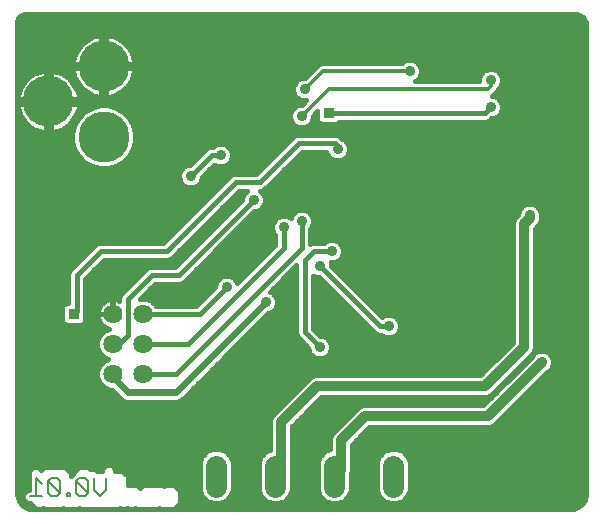
<source format=gbl>
G75*
G70*
%OFA0B0*%
%FSLAX24Y24*%
%IPPOS*%
%LPD*%
%AMOC8*
5,1,8,0,0,1.08239X$1,22.5*
%
%ADD10C,0.0050*%
%ADD11C,0.0640*%
%ADD12C,0.0705*%
%ADD13C,0.1700*%
%ADD14C,0.0160*%
%ADD15C,0.0356*%
%ADD16C,0.0240*%
%ADD17R,0.0356X0.0356*%
%ADD18C,0.0120*%
%ADD19C,0.0320*%
D10*
X000921Y001105D02*
X001328Y001105D01*
X001124Y001105D02*
X001124Y001716D01*
X001328Y001512D01*
X001529Y001614D02*
X001529Y001207D01*
X001630Y001105D01*
X001834Y001105D01*
X001936Y001207D01*
X001529Y001614D01*
X001630Y001716D01*
X001834Y001716D01*
X001936Y001614D01*
X001936Y001207D01*
X002138Y001207D02*
X002138Y001105D01*
X002240Y001105D01*
X002240Y001207D01*
X002138Y001207D01*
X002440Y001207D02*
X002440Y001614D01*
X002847Y001207D01*
X002746Y001105D01*
X002542Y001105D01*
X002440Y001207D01*
X002440Y001614D02*
X002542Y001716D01*
X002746Y001716D01*
X002847Y001614D01*
X002847Y001207D01*
X003048Y001309D02*
X003048Y001716D01*
X003455Y001716D02*
X003455Y001309D01*
X003251Y001105D01*
X003048Y001309D01*
D11*
X003680Y005180D03*
X003680Y006180D03*
X003680Y007180D03*
X004680Y007180D03*
X004680Y006180D03*
X004680Y005180D03*
D12*
X007127Y002133D02*
X007127Y001428D01*
X009096Y001428D02*
X009096Y002133D01*
X011064Y002133D02*
X011064Y001428D01*
X013033Y001428D02*
X013033Y002133D01*
D13*
X003380Y013086D03*
X001530Y014267D03*
X003380Y015449D03*
D14*
X001061Y000749D02*
X000769Y000749D01*
X000686Y000790D02*
X000549Y000947D01*
X000483Y001144D01*
X000480Y001234D01*
X000480Y001256D01*
X000485Y001332D01*
X000480Y001338D01*
X000480Y016896D01*
X000485Y016951D01*
X000527Y017052D01*
X000604Y017129D01*
X000705Y017171D01*
X000760Y017176D01*
X019166Y017176D01*
X019225Y017160D01*
X019346Y017082D01*
X019428Y016964D01*
X019459Y016824D01*
X019458Y016807D01*
X019450Y016799D01*
X019450Y016734D01*
X019439Y016670D01*
X019450Y016654D01*
X019450Y001317D01*
X019445Y001311D01*
X019450Y001236D01*
X019450Y001171D01*
X019450Y001148D01*
X019411Y000992D01*
X019326Y000855D01*
X019203Y000752D01*
X019053Y000691D01*
X018977Y000680D01*
X000974Y000680D01*
X000873Y000697D01*
X000686Y000790D01*
X000584Y000907D02*
X000801Y000907D01*
X000828Y000880D02*
X000929Y000880D01*
X001003Y000806D01*
X001129Y000680D01*
X001307Y000680D01*
X001341Y000713D01*
X001374Y000680D01*
X001676Y000680D01*
X001679Y000683D01*
X001682Y000680D01*
X001895Y000680D01*
X001983Y000680D01*
X001983Y000680D01*
X001983Y000680D01*
X002016Y000713D01*
X002050Y000680D01*
X002261Y000680D01*
X002351Y000680D01*
X002351Y000680D01*
X002351Y000680D01*
X002354Y000683D01*
X002356Y000680D01*
X002535Y000680D01*
X002569Y000714D01*
X002603Y000680D01*
X003395Y000680D01*
X003397Y000683D01*
X003400Y000680D01*
X003612Y000680D01*
X003702Y000680D01*
X003704Y000683D01*
X003707Y000680D01*
X003885Y000680D01*
X003919Y000714D01*
X003954Y000680D01*
X004132Y000680D01*
X004165Y000713D01*
X004199Y000680D01*
X004377Y000680D01*
X004410Y000713D01*
X004444Y000680D01*
X004683Y000680D01*
X004686Y000683D01*
X004689Y000680D01*
X004901Y000680D01*
X004991Y000680D01*
X004993Y000683D01*
X004996Y000680D01*
X005174Y000680D01*
X005209Y000714D01*
X005243Y000680D01*
X005421Y000680D01*
X005424Y000683D01*
X005426Y000680D01*
X005638Y000680D01*
X005728Y000680D01*
X005789Y000742D01*
X005789Y000742D01*
X005789Y000742D01*
X005854Y000806D01*
X005915Y000868D01*
X005915Y000958D01*
X005915Y001046D01*
X005915Y001293D01*
X005854Y001354D01*
X005728Y001480D01*
X005604Y001480D01*
X005514Y001480D01*
X005426Y001480D01*
X005393Y001447D01*
X005359Y001480D01*
X004996Y001480D01*
X004993Y001478D01*
X004991Y001480D01*
X004868Y001480D01*
X004868Y001480D01*
X004778Y001480D01*
X004689Y001480D01*
X004626Y001417D01*
X004595Y001386D01*
X004500Y001480D01*
X004196Y001480D01*
X004196Y001589D01*
X004196Y001646D01*
X004196Y001769D01*
X004071Y001895D01*
X004009Y001957D01*
X003766Y001957D01*
X003766Y002016D01*
X003640Y002142D01*
X003462Y002142D01*
X003336Y002016D01*
X003336Y001957D01*
X003149Y001957D01*
X003087Y002019D01*
X002909Y002019D01*
X002907Y002016D01*
X002842Y002080D01*
X002719Y002080D01*
X002719Y002080D01*
X002629Y002080D01*
X002541Y002080D01*
X002477Y002017D01*
X002415Y001954D01*
X002353Y001893D01*
X002353Y001893D01*
X002353Y001845D01*
X002317Y001809D01*
X002317Y001809D01*
X002299Y001790D01*
X002294Y001785D01*
X002294Y001893D01*
X002232Y001954D01*
X002106Y002080D01*
X001374Y002080D01*
X001279Y001985D01*
X001184Y002080D01*
X001006Y002080D01*
X000880Y001954D01*
X000880Y001406D01*
X000899Y001386D01*
X000899Y001374D01*
X000880Y001354D01*
X000880Y001330D01*
X000828Y001330D01*
X000696Y001198D01*
X000696Y001012D01*
X000828Y000880D01*
X000696Y001066D02*
X000509Y001066D01*
X000480Y001224D02*
X000722Y001224D01*
X000899Y001383D02*
X000480Y001383D01*
X000480Y001541D02*
X000880Y001541D01*
X000880Y001700D02*
X000480Y001700D01*
X000480Y001858D02*
X000880Y001858D01*
X000942Y002017D02*
X000480Y002017D01*
X000480Y002175D02*
X006575Y002175D01*
X006575Y002242D02*
X006659Y002445D01*
X006814Y002601D01*
X007017Y002685D01*
X007237Y002685D01*
X007440Y002601D01*
X007596Y002445D01*
X007680Y002242D01*
X007680Y001318D01*
X007596Y001115D01*
X007440Y000959D01*
X007237Y000875D01*
X007017Y000875D01*
X006814Y000959D01*
X006659Y001115D01*
X006575Y001318D01*
X006575Y002242D01*
X006612Y002334D02*
X000480Y002334D01*
X000480Y002492D02*
X006705Y002492D01*
X006934Y002651D02*
X000480Y002651D01*
X000480Y002809D02*
X008920Y002809D01*
X008920Y002658D02*
X008783Y002601D01*
X008627Y002445D01*
X008543Y002242D01*
X008543Y001318D01*
X008627Y001115D01*
X008783Y000959D01*
X008986Y000875D01*
X009206Y000875D01*
X009409Y000959D01*
X009564Y001115D01*
X009648Y001318D01*
X009648Y002242D01*
X009640Y002262D01*
X009640Y003431D01*
X010629Y004420D01*
X016152Y004420D01*
X016284Y004475D01*
X016385Y004576D01*
X017685Y005876D01*
X017740Y006008D01*
X017740Y010031D01*
X017885Y010176D01*
X017940Y010308D01*
X017940Y010361D01*
X017958Y010405D01*
X017958Y010555D01*
X017901Y010694D01*
X017794Y010801D01*
X017655Y010858D01*
X017505Y010858D01*
X017366Y010801D01*
X017259Y010694D01*
X017202Y010555D01*
X017202Y010511D01*
X017176Y010485D01*
X017075Y010384D01*
X017020Y010252D01*
X017020Y006229D01*
X015931Y005140D01*
X010408Y005140D01*
X010276Y005085D01*
X009076Y003885D01*
X008975Y003784D01*
X008920Y003652D01*
X008920Y002658D01*
X008903Y002651D02*
X007320Y002651D01*
X007549Y002492D02*
X008674Y002492D01*
X008581Y002334D02*
X007642Y002334D01*
X007680Y002175D02*
X008543Y002175D01*
X008543Y002017D02*
X007680Y002017D01*
X007680Y001858D02*
X008543Y001858D01*
X008543Y001700D02*
X007680Y001700D01*
X007680Y001541D02*
X008543Y001541D01*
X008543Y001383D02*
X007680Y001383D01*
X007641Y001224D02*
X008582Y001224D01*
X008676Y001066D02*
X007547Y001066D01*
X007314Y000907D02*
X008909Y000907D01*
X009283Y000907D02*
X010877Y000907D01*
X010954Y000875D02*
X010751Y000959D01*
X010596Y001115D01*
X010512Y001318D01*
X010512Y002242D01*
X010596Y002445D01*
X010751Y002601D01*
X010920Y002671D01*
X010920Y003052D01*
X010975Y003184D01*
X011076Y003285D01*
X011876Y004085D01*
X012008Y004140D01*
X016031Y004140D01*
X017641Y005750D01*
X017659Y005794D01*
X017766Y005901D01*
X017905Y005958D01*
X018055Y005958D01*
X018194Y005901D01*
X018301Y005794D01*
X018358Y005655D01*
X018358Y005505D01*
X018301Y005366D01*
X018194Y005259D01*
X018150Y005241D01*
X016485Y003576D01*
X016384Y003475D01*
X016252Y003420D01*
X012229Y003420D01*
X011640Y002831D01*
X011640Y001924D01*
X011617Y001868D01*
X011617Y001318D01*
X011533Y001115D01*
X011377Y000959D01*
X011174Y000875D01*
X010954Y000875D01*
X011251Y000907D02*
X012846Y000907D01*
X012923Y000875D02*
X012720Y000959D01*
X012564Y001115D01*
X012480Y001318D01*
X012480Y002242D01*
X012564Y002445D01*
X012720Y002601D01*
X012923Y002685D01*
X013143Y002685D01*
X013346Y002601D01*
X013501Y002445D01*
X013585Y002242D01*
X013585Y001318D01*
X013501Y001115D01*
X013346Y000959D01*
X013143Y000875D01*
X012923Y000875D01*
X013220Y000907D02*
X019358Y000907D01*
X019429Y001066D02*
X013452Y001066D01*
X013546Y001224D02*
X019450Y001224D01*
X019450Y001383D02*
X013585Y001383D01*
X013585Y001541D02*
X019450Y001541D01*
X019450Y001700D02*
X013585Y001700D01*
X013585Y001858D02*
X019450Y001858D01*
X019450Y002017D02*
X013585Y002017D01*
X013585Y002175D02*
X019450Y002175D01*
X019450Y002334D02*
X013548Y002334D01*
X013455Y002492D02*
X019450Y002492D01*
X019450Y002651D02*
X013226Y002651D01*
X012840Y002651D02*
X011640Y002651D01*
X011640Y002809D02*
X019450Y002809D01*
X019450Y002968D02*
X011777Y002968D01*
X011935Y003126D02*
X019450Y003126D01*
X019450Y003285D02*
X012094Y003285D01*
X011551Y003760D02*
X009969Y003760D01*
X009811Y003602D02*
X011392Y003602D01*
X011234Y003443D02*
X009652Y003443D01*
X009640Y003285D02*
X011075Y003285D01*
X010951Y003126D02*
X009640Y003126D01*
X009640Y002968D02*
X010920Y002968D01*
X010920Y002809D02*
X009640Y002809D01*
X009640Y002651D02*
X010871Y002651D01*
X010642Y002492D02*
X009640Y002492D01*
X009640Y002334D02*
X010549Y002334D01*
X010512Y002175D02*
X009648Y002175D01*
X009648Y002017D02*
X010512Y002017D01*
X010512Y001858D02*
X009648Y001858D01*
X009648Y001700D02*
X010512Y001700D01*
X010512Y001541D02*
X009648Y001541D01*
X009648Y001383D02*
X010512Y001383D01*
X010551Y001224D02*
X009609Y001224D01*
X009515Y001066D02*
X010645Y001066D01*
X011484Y001066D02*
X012613Y001066D01*
X012519Y001224D02*
X011578Y001224D01*
X011617Y001383D02*
X012480Y001383D01*
X012480Y001541D02*
X011617Y001541D01*
X011617Y001700D02*
X012480Y001700D01*
X012480Y001858D02*
X011617Y001858D01*
X011640Y002017D02*
X012480Y002017D01*
X012480Y002175D02*
X011640Y002175D01*
X011640Y002334D02*
X012518Y002334D01*
X012611Y002492D02*
X011640Y002492D01*
X011709Y003919D02*
X010128Y003919D01*
X010286Y004077D02*
X011868Y004077D01*
X010603Y004394D02*
X016285Y004394D01*
X016362Y004553D02*
X016443Y004553D01*
X016520Y004711D02*
X016602Y004711D01*
X016679Y004870D02*
X016760Y004870D01*
X016837Y005028D02*
X016919Y005028D01*
X016996Y005187D02*
X017077Y005187D01*
X017154Y005345D02*
X017236Y005345D01*
X017313Y005504D02*
X017394Y005504D01*
X017471Y005662D02*
X017553Y005662D01*
X017630Y005821D02*
X017686Y005821D01*
X017728Y005979D02*
X019450Y005979D01*
X019450Y005821D02*
X018274Y005821D01*
X018355Y005662D02*
X019450Y005662D01*
X019450Y005504D02*
X018358Y005504D01*
X018280Y005345D02*
X019450Y005345D01*
X019450Y005187D02*
X018096Y005187D01*
X017937Y005028D02*
X019450Y005028D01*
X019450Y004870D02*
X017779Y004870D01*
X017620Y004711D02*
X019450Y004711D01*
X019450Y004553D02*
X017462Y004553D01*
X017303Y004394D02*
X019450Y004394D01*
X019450Y004236D02*
X017145Y004236D01*
X016986Y004077D02*
X019450Y004077D01*
X019450Y003919D02*
X016828Y003919D01*
X016669Y003760D02*
X019450Y003760D01*
X019450Y003602D02*
X016511Y003602D01*
X016307Y003443D02*
X019450Y003443D01*
X016770Y005979D02*
X010947Y005979D01*
X010958Y006005D02*
X010958Y006155D01*
X010901Y006294D01*
X010794Y006401D01*
X010655Y006458D01*
X010598Y006458D01*
X010360Y006696D01*
X010360Y008465D01*
X010366Y008459D01*
X010505Y008402D01*
X010562Y008402D01*
X012343Y006621D01*
X012421Y006543D01*
X012524Y006500D01*
X012625Y006500D01*
X012666Y006459D01*
X012805Y006402D01*
X012955Y006402D01*
X013094Y006459D01*
X013201Y006566D01*
X013258Y006705D01*
X013258Y006855D01*
X013201Y006994D01*
X013094Y007101D01*
X012955Y007158D01*
X012805Y007158D01*
X012666Y007101D01*
X012661Y007095D01*
X010958Y008798D01*
X010958Y008855D01*
X010939Y008902D01*
X011055Y008902D01*
X011194Y008959D01*
X011301Y009066D01*
X011358Y009205D01*
X011358Y009355D01*
X011301Y009494D01*
X011194Y009601D01*
X011055Y009658D01*
X010905Y009658D01*
X010766Y009601D01*
X010725Y009560D01*
X010324Y009560D01*
X010260Y009533D01*
X010260Y010025D01*
X010301Y010066D01*
X010358Y010205D01*
X010358Y010355D01*
X010301Y010494D01*
X010194Y010601D01*
X010055Y010658D01*
X009905Y010658D01*
X009766Y010601D01*
X009659Y010494D01*
X009613Y010382D01*
X009594Y010401D01*
X009455Y010458D01*
X009305Y010458D01*
X009166Y010401D01*
X009059Y010294D01*
X009002Y010155D01*
X009002Y010005D01*
X009059Y009866D01*
X009100Y009825D01*
X009100Y009496D01*
X007829Y008225D01*
X007801Y008294D01*
X007694Y008401D01*
X007555Y008458D01*
X007405Y008458D01*
X007266Y008401D01*
X007159Y008294D01*
X007102Y008155D01*
X007102Y008098D01*
X006464Y007460D01*
X005127Y007460D01*
X005121Y007475D01*
X004975Y007621D01*
X004783Y007700D01*
X004596Y007700D01*
X005096Y008200D01*
X005936Y008200D01*
X006039Y008243D01*
X008398Y010602D01*
X008455Y010602D01*
X008594Y010659D01*
X008701Y010766D01*
X008758Y010905D01*
X008758Y011055D01*
X008701Y011194D01*
X008595Y011300D01*
X008636Y011300D01*
X008739Y011343D01*
X009996Y012600D01*
X010804Y012600D01*
X010859Y012466D01*
X010966Y012359D01*
X011105Y012302D01*
X011255Y012302D01*
X011394Y012359D01*
X011501Y012466D01*
X011558Y012605D01*
X011558Y012755D01*
X011501Y012894D01*
X011394Y013001D01*
X011328Y013028D01*
X011239Y013117D01*
X011136Y013160D01*
X009824Y013160D01*
X009721Y013117D01*
X009643Y013039D01*
X008464Y011860D01*
X007724Y011860D01*
X007621Y011817D01*
X007543Y011739D01*
X005364Y009560D01*
X003224Y009560D01*
X003121Y009517D01*
X003043Y009439D01*
X002243Y008639D01*
X002200Y008536D01*
X002200Y007558D01*
X002119Y007558D01*
X002002Y007441D01*
X002002Y006919D01*
X002119Y006802D01*
X002641Y006802D01*
X002758Y006919D01*
X002758Y007220D01*
X002760Y007224D01*
X002760Y008364D01*
X003396Y009000D01*
X005536Y009000D01*
X005639Y009043D01*
X007896Y011300D01*
X008165Y011300D01*
X008059Y011194D01*
X008002Y011055D01*
X008002Y010998D01*
X005764Y008760D01*
X004924Y008760D01*
X004821Y008717D01*
X003943Y007839D01*
X003900Y007736D01*
X003900Y007629D01*
X003872Y007643D01*
X003797Y007668D01*
X003719Y007680D01*
X003689Y007680D01*
X003689Y007189D01*
X003671Y007189D01*
X003671Y007680D01*
X003641Y007680D01*
X003563Y007668D01*
X003488Y007643D01*
X003418Y007608D01*
X003354Y007561D01*
X003299Y007506D01*
X003252Y007442D01*
X003217Y007372D01*
X003192Y007297D01*
X003180Y007219D01*
X003180Y007189D01*
X003671Y007189D01*
X003671Y007171D01*
X003180Y007171D01*
X003180Y007141D01*
X003192Y007063D01*
X003217Y006988D01*
X003252Y006918D01*
X003299Y006854D01*
X003354Y006799D01*
X003418Y006752D01*
X003488Y006717D01*
X003560Y006693D01*
X003385Y006621D01*
X003239Y006475D01*
X003160Y006283D01*
X003160Y006077D01*
X003239Y005885D01*
X003385Y005739D01*
X003528Y005680D01*
X003385Y005621D01*
X003239Y005475D01*
X003160Y005283D01*
X003160Y005077D01*
X003239Y004885D01*
X003385Y004739D01*
X003577Y004660D01*
X003647Y004660D01*
X003999Y004309D01*
X004116Y004260D01*
X005844Y004260D01*
X005961Y004309D01*
X006051Y004399D01*
X008854Y007202D01*
X008855Y007202D01*
X008994Y007259D01*
X009101Y007366D01*
X009158Y007505D01*
X009158Y007655D01*
X009101Y007794D01*
X008994Y007901D01*
X008925Y007929D01*
X009800Y008804D01*
X009800Y006524D01*
X009843Y006421D01*
X010202Y006062D01*
X010202Y006005D01*
X010259Y005866D01*
X010366Y005759D01*
X010505Y005702D01*
X010655Y005702D01*
X010794Y005759D01*
X010901Y005866D01*
X010958Y006005D01*
X010958Y006138D02*
X016928Y006138D01*
X017020Y006296D02*
X010899Y006296D01*
X010664Y006455D02*
X012678Y006455D01*
X012580Y006780D02*
X012880Y006780D01*
X012580Y006780D02*
X010580Y008780D01*
X010958Y008832D02*
X017020Y008832D01*
X017020Y008674D02*
X011082Y008674D01*
X011241Y008515D02*
X017020Y008515D01*
X017020Y008357D02*
X011399Y008357D01*
X011558Y008198D02*
X017020Y008198D01*
X017020Y008040D02*
X011716Y008040D01*
X011875Y007881D02*
X017020Y007881D01*
X017020Y007723D02*
X012033Y007723D01*
X012192Y007564D02*
X017020Y007564D01*
X017020Y007406D02*
X012350Y007406D01*
X012509Y007247D02*
X017020Y007247D01*
X017020Y007089D02*
X013106Y007089D01*
X013227Y006930D02*
X017020Y006930D01*
X017020Y006772D02*
X013258Y006772D01*
X013220Y006613D02*
X017020Y006613D01*
X017020Y006455D02*
X013082Y006455D01*
X012351Y006613D02*
X010443Y006613D01*
X010360Y006772D02*
X012192Y006772D01*
X012034Y006930D02*
X010360Y006930D01*
X010360Y007089D02*
X011875Y007089D01*
X011717Y007247D02*
X010360Y007247D01*
X010360Y007406D02*
X011558Y007406D01*
X011400Y007564D02*
X010360Y007564D01*
X010360Y007723D02*
X011241Y007723D01*
X011083Y007881D02*
X010360Y007881D01*
X010360Y008040D02*
X010924Y008040D01*
X010766Y008198D02*
X010360Y008198D01*
X010360Y008357D02*
X010607Y008357D01*
X010080Y008980D02*
X010080Y006580D01*
X010580Y006080D01*
X010855Y005821D02*
X016611Y005821D01*
X016453Y005662D02*
X007315Y005662D01*
X007473Y005821D02*
X010305Y005821D01*
X010213Y005979D02*
X007632Y005979D01*
X007790Y006138D02*
X010126Y006138D01*
X009968Y006296D02*
X007949Y006296D01*
X008107Y006455D02*
X009829Y006455D01*
X009800Y006613D02*
X008266Y006613D01*
X008424Y006772D02*
X009800Y006772D01*
X009800Y006930D02*
X008583Y006930D01*
X008741Y007089D02*
X009800Y007089D01*
X009800Y007247D02*
X008964Y007247D01*
X009117Y007406D02*
X009800Y007406D01*
X009800Y007564D02*
X009158Y007564D01*
X009130Y007723D02*
X009800Y007723D01*
X009800Y007881D02*
X009014Y007881D01*
X009036Y008040D02*
X009800Y008040D01*
X009800Y008198D02*
X009194Y008198D01*
X009353Y008357D02*
X009800Y008357D01*
X009800Y008515D02*
X009511Y008515D01*
X009670Y008674D02*
X009800Y008674D01*
X010080Y008980D02*
X010380Y009280D01*
X010980Y009280D01*
X011225Y008991D02*
X017020Y008991D01*
X017020Y009149D02*
X011335Y009149D01*
X011358Y009308D02*
X017020Y009308D01*
X017020Y009466D02*
X011312Y009466D01*
X011136Y009625D02*
X017020Y009625D01*
X017020Y009783D02*
X010260Y009783D01*
X010260Y009625D02*
X010824Y009625D01*
X010260Y009942D02*
X017020Y009942D01*
X017020Y010100D02*
X010315Y010100D01*
X010358Y010259D02*
X017023Y010259D01*
X017108Y010417D02*
X010333Y010417D01*
X010219Y010576D02*
X017210Y010576D01*
X017299Y010734D02*
X008669Y010734D01*
X008753Y010893D02*
X019450Y010893D01*
X019450Y011051D02*
X008758Y011051D01*
X008685Y011210D02*
X019450Y011210D01*
X019450Y011368D02*
X008764Y011368D01*
X008923Y011527D02*
X019450Y011527D01*
X019450Y011685D02*
X009081Y011685D01*
X009240Y011844D02*
X019450Y011844D01*
X019450Y012002D02*
X009398Y012002D01*
X009557Y012161D02*
X019450Y012161D01*
X019450Y012319D02*
X011297Y012319D01*
X011063Y012319D02*
X009715Y012319D01*
X009874Y012478D02*
X010855Y012478D01*
X011180Y012680D02*
X011180Y012780D01*
X011080Y012880D01*
X009880Y012880D01*
X008580Y011580D01*
X007780Y011580D01*
X005480Y009280D01*
X003280Y009280D01*
X002480Y008480D01*
X002480Y007280D01*
X002380Y007180D01*
X002002Y007247D02*
X000480Y007247D01*
X000480Y007089D02*
X002002Y007089D01*
X002002Y006930D02*
X000480Y006930D01*
X000480Y006772D02*
X003392Y006772D01*
X003378Y006613D02*
X000480Y006613D01*
X000480Y006455D02*
X003231Y006455D01*
X003165Y006296D02*
X000480Y006296D01*
X000480Y006138D02*
X003160Y006138D01*
X003200Y005979D02*
X000480Y005979D01*
X000480Y005821D02*
X003304Y005821D01*
X003485Y005662D02*
X000480Y005662D01*
X000480Y005504D02*
X003268Y005504D01*
X003186Y005345D02*
X000480Y005345D01*
X000480Y005187D02*
X003160Y005187D01*
X003180Y005028D02*
X000480Y005028D01*
X000480Y004870D02*
X003255Y004870D01*
X003453Y004711D02*
X000480Y004711D01*
X000480Y004553D02*
X003755Y004553D01*
X003913Y004394D02*
X000480Y004394D01*
X000480Y004236D02*
X009426Y004236D01*
X009585Y004394D02*
X006047Y004394D01*
X006205Y004553D02*
X009743Y004553D01*
X009902Y004711D02*
X006364Y004711D01*
X006522Y004870D02*
X010060Y004870D01*
X010219Y005028D02*
X006681Y005028D01*
X006839Y005187D02*
X015977Y005187D01*
X016136Y005345D02*
X006998Y005345D01*
X007156Y005504D02*
X016294Y005504D01*
X016126Y004236D02*
X010445Y004236D01*
X009268Y004077D02*
X000480Y004077D01*
X000480Y003919D02*
X009109Y003919D01*
X008965Y003760D02*
X000480Y003760D01*
X000480Y003602D02*
X008920Y003602D01*
X008920Y003443D02*
X000480Y003443D01*
X000480Y003285D02*
X008920Y003285D01*
X008920Y003126D02*
X000480Y003126D01*
X000480Y002968D02*
X008920Y002968D01*
X006575Y002017D02*
X003765Y002017D01*
X004108Y001858D02*
X006575Y001858D01*
X006575Y001700D02*
X004196Y001700D01*
X004196Y001646D02*
X004196Y001646D01*
X004196Y001541D02*
X006575Y001541D01*
X006575Y001383D02*
X005825Y001383D01*
X005915Y001224D02*
X006614Y001224D01*
X006708Y001066D02*
X005915Y001066D01*
X005915Y001046D02*
X005915Y001046D01*
X005915Y000907D02*
X006940Y000907D01*
X005915Y000868D02*
X005915Y000868D01*
X005915Y000868D01*
X005796Y000749D02*
X019194Y000749D01*
X019450Y006138D02*
X017740Y006138D01*
X017740Y006296D02*
X019450Y006296D01*
X019450Y006455D02*
X017740Y006455D01*
X017740Y006613D02*
X019450Y006613D01*
X019450Y006772D02*
X017740Y006772D01*
X017740Y006930D02*
X019450Y006930D01*
X019450Y007089D02*
X017740Y007089D01*
X017740Y007247D02*
X019450Y007247D01*
X019450Y007406D02*
X017740Y007406D01*
X017740Y007564D02*
X019450Y007564D01*
X019450Y007723D02*
X017740Y007723D01*
X017740Y007881D02*
X019450Y007881D01*
X019450Y008040D02*
X017740Y008040D01*
X017740Y008198D02*
X019450Y008198D01*
X019450Y008357D02*
X017740Y008357D01*
X017740Y008515D02*
X019450Y008515D01*
X019450Y008674D02*
X017740Y008674D01*
X017740Y008832D02*
X019450Y008832D01*
X019450Y008991D02*
X017740Y008991D01*
X017740Y009149D02*
X019450Y009149D01*
X019450Y009308D02*
X017740Y009308D01*
X017740Y009466D02*
X019450Y009466D01*
X019450Y009625D02*
X017740Y009625D01*
X017740Y009783D02*
X019450Y009783D01*
X019450Y009942D02*
X017740Y009942D01*
X017809Y010100D02*
X019450Y010100D01*
X019450Y010259D02*
X017919Y010259D01*
X017958Y010417D02*
X019450Y010417D01*
X019450Y010576D02*
X017950Y010576D01*
X017861Y010734D02*
X019450Y010734D01*
X019450Y012478D02*
X011505Y012478D01*
X011558Y012636D02*
X019450Y012636D01*
X019450Y012795D02*
X011542Y012795D01*
X011442Y012953D02*
X019450Y012953D01*
X019450Y013112D02*
X011244Y013112D01*
X011141Y013502D02*
X011239Y013600D01*
X016136Y013600D01*
X016239Y013643D01*
X016298Y013702D01*
X016355Y013702D01*
X016494Y013759D01*
X016601Y013866D01*
X016658Y014005D01*
X016658Y014155D01*
X016601Y014294D01*
X016494Y014401D01*
X016355Y014458D01*
X016324Y014458D01*
X016327Y014460D01*
X016400Y014533D01*
X016500Y014633D01*
X016524Y014689D01*
X016601Y014766D01*
X016658Y014905D01*
X016658Y015055D01*
X016601Y015194D01*
X016494Y015301D01*
X016355Y015358D01*
X016205Y015358D01*
X016066Y015301D01*
X015959Y015194D01*
X015902Y015055D01*
X015902Y014940D01*
X013747Y014940D01*
X013794Y014959D01*
X013901Y015066D01*
X013958Y015205D01*
X013958Y015355D01*
X013901Y015494D01*
X013794Y015601D01*
X013655Y015658D01*
X013505Y015658D01*
X013366Y015601D01*
X013305Y015540D01*
X010628Y015540D01*
X010533Y015500D01*
X010090Y015058D01*
X010005Y015058D01*
X009866Y015001D01*
X009759Y014894D01*
X009702Y014755D01*
X009702Y014605D01*
X009759Y014466D01*
X009866Y014359D01*
X010005Y014302D01*
X010134Y014302D01*
X009990Y014158D01*
X009905Y014158D01*
X009766Y014101D01*
X009659Y013994D01*
X009602Y013855D01*
X009602Y013705D01*
X009659Y013566D01*
X009766Y013459D01*
X009905Y013402D01*
X010055Y013402D01*
X010194Y013459D01*
X010301Y013566D01*
X010358Y013705D01*
X010358Y013790D01*
X010502Y013934D01*
X010502Y013619D01*
X010619Y013502D01*
X011141Y013502D01*
X011226Y013587D02*
X019450Y013587D01*
X019450Y013429D02*
X010120Y013429D01*
X010309Y013587D02*
X010534Y013587D01*
X010502Y013746D02*
X010358Y013746D01*
X010472Y013904D02*
X010502Y013904D01*
X010880Y013880D02*
X016080Y013880D01*
X016280Y014080D01*
X016631Y014221D02*
X019450Y014221D01*
X019450Y014063D02*
X016658Y014063D01*
X016616Y013904D02*
X019450Y013904D01*
X019450Y013746D02*
X016461Y013746D01*
X016515Y014380D02*
X019450Y014380D01*
X019450Y014538D02*
X016406Y014538D01*
X016531Y014697D02*
X019450Y014697D01*
X019450Y014855D02*
X016638Y014855D01*
X016658Y015014D02*
X019450Y015014D01*
X019450Y015172D02*
X016610Y015172D01*
X016422Y015331D02*
X019450Y015331D01*
X019450Y015489D02*
X013903Y015489D01*
X013958Y015331D02*
X016138Y015331D01*
X015950Y015172D02*
X013945Y015172D01*
X013848Y015014D02*
X015902Y015014D01*
X013681Y015648D02*
X019450Y015648D01*
X019450Y015806D02*
X004346Y015806D01*
X004333Y015843D02*
X004283Y015948D01*
X004221Y016045D01*
X004149Y016136D01*
X004067Y016218D01*
X003977Y016290D01*
X003879Y016351D01*
X003775Y016402D01*
X003666Y016440D01*
X003553Y016466D01*
X003460Y016476D01*
X003460Y015529D01*
X003300Y015529D01*
X003300Y016476D01*
X003207Y016466D01*
X003094Y016440D01*
X002985Y016402D01*
X002881Y016351D01*
X002783Y016290D01*
X002693Y016218D01*
X002611Y016136D01*
X002539Y016045D01*
X002477Y015948D01*
X002427Y015843D01*
X002389Y015734D01*
X002363Y015621D01*
X002352Y015529D01*
X003300Y015529D01*
X003300Y015369D01*
X002352Y015369D01*
X002363Y015276D01*
X002389Y015163D01*
X002427Y015054D01*
X002477Y014949D01*
X002539Y014852D01*
X002611Y014761D01*
X002693Y014679D01*
X002783Y014607D01*
X002881Y014546D01*
X002985Y014495D01*
X003094Y014457D01*
X003207Y014431D01*
X003300Y014421D01*
X003300Y015368D01*
X003460Y015368D01*
X003460Y014421D01*
X003553Y014431D01*
X003666Y014457D01*
X003775Y014495D01*
X003879Y014546D01*
X003977Y014607D01*
X004067Y014679D01*
X004149Y014761D01*
X004221Y014852D01*
X004283Y014949D01*
X004333Y015054D01*
X004371Y015163D01*
X004397Y015276D01*
X004408Y015369D01*
X003460Y015369D01*
X003460Y015529D01*
X004408Y015529D01*
X004397Y015621D01*
X004371Y015734D01*
X004333Y015843D01*
X004272Y015965D02*
X019450Y015965D01*
X019450Y016123D02*
X004159Y016123D01*
X003987Y016282D02*
X019450Y016282D01*
X019450Y016440D02*
X003665Y016440D01*
X003460Y016440D02*
X003300Y016440D01*
X003300Y016282D02*
X003460Y016282D01*
X003460Y016123D02*
X003300Y016123D01*
X003300Y015965D02*
X003460Y015965D01*
X003460Y015806D02*
X003300Y015806D01*
X003300Y015648D02*
X003460Y015648D01*
X003460Y015489D02*
X010521Y015489D01*
X010363Y015331D02*
X004403Y015331D01*
X004373Y015172D02*
X010204Y015172D01*
X009897Y015014D02*
X004314Y015014D01*
X004224Y014855D02*
X009743Y014855D01*
X009702Y014697D02*
X004085Y014697D01*
X003863Y014538D02*
X009730Y014538D01*
X009846Y014380D02*
X002553Y014380D01*
X002557Y014347D02*
X002547Y014440D01*
X002521Y014553D01*
X002483Y014662D01*
X002433Y014766D01*
X002371Y014864D01*
X002299Y014955D01*
X002217Y015037D01*
X002127Y015109D01*
X002029Y015170D01*
X001924Y015220D01*
X001815Y015259D01*
X001702Y015284D01*
X001610Y015295D01*
X001610Y014347D01*
X002557Y014347D01*
X002557Y014187D02*
X001610Y014187D01*
X001610Y014347D01*
X001450Y014347D01*
X001450Y014187D01*
X001610Y014187D01*
X001610Y013240D01*
X001702Y013250D01*
X001815Y013276D01*
X001924Y013314D01*
X002029Y013365D01*
X002127Y013426D01*
X002217Y013498D01*
X002299Y013580D01*
X002371Y013670D01*
X002433Y013768D01*
X002483Y013873D01*
X002521Y013982D01*
X002547Y014095D01*
X002557Y014187D01*
X002539Y014063D02*
X002971Y014063D01*
X002975Y014065D02*
X002735Y013927D01*
X002540Y013731D01*
X002402Y013492D01*
X002330Y013225D01*
X002330Y012948D01*
X002402Y012681D01*
X002540Y012442D01*
X002735Y012246D01*
X002975Y012108D01*
X003242Y012036D01*
X003518Y012036D01*
X003785Y012108D01*
X004025Y012246D01*
X004220Y012442D01*
X004358Y012681D01*
X004430Y012948D01*
X004430Y013225D01*
X004358Y013492D01*
X004220Y013731D01*
X004025Y013927D01*
X003785Y014065D01*
X003518Y014136D01*
X003242Y014136D01*
X002975Y014065D01*
X002713Y013904D02*
X002494Y013904D01*
X002554Y013746D02*
X002418Y013746D01*
X002457Y013587D02*
X002304Y013587D01*
X002385Y013429D02*
X002130Y013429D01*
X002342Y013270D02*
X001789Y013270D01*
X001610Y013270D02*
X001450Y013270D01*
X001450Y013240D02*
X001450Y014187D01*
X000502Y014187D01*
X000513Y014095D01*
X000538Y013982D01*
X000577Y013873D01*
X000627Y013768D01*
X000688Y013670D01*
X000760Y013580D01*
X000842Y013498D01*
X000933Y013426D01*
X001031Y013365D01*
X001135Y013314D01*
X001244Y013276D01*
X001357Y013250D01*
X001450Y013240D01*
X001271Y013270D02*
X000480Y013270D01*
X000480Y013112D02*
X002330Y013112D01*
X002330Y012953D02*
X000480Y012953D01*
X000480Y012795D02*
X002371Y012795D01*
X002428Y012636D02*
X000480Y012636D01*
X000480Y012478D02*
X002519Y012478D01*
X002662Y012319D02*
X000480Y012319D01*
X000480Y012161D02*
X002883Y012161D01*
X003877Y012161D02*
X006265Y012161D01*
X006262Y012158D02*
X006205Y012158D01*
X006066Y012101D01*
X005959Y011994D01*
X005902Y011855D01*
X005902Y011705D01*
X005959Y011566D01*
X006066Y011459D01*
X006205Y011402D01*
X006355Y011402D01*
X006494Y011459D01*
X006601Y011566D01*
X006658Y011705D01*
X006658Y011762D01*
X007061Y012165D01*
X007066Y012159D01*
X007205Y012102D01*
X007355Y012102D01*
X007494Y012159D01*
X007601Y012266D01*
X007658Y012405D01*
X007658Y012555D01*
X007601Y012694D01*
X007494Y012801D01*
X007355Y012858D01*
X007205Y012858D01*
X007066Y012801D01*
X007025Y012760D01*
X006924Y012760D01*
X006821Y012717D01*
X006262Y012158D01*
X006423Y012319D02*
X004098Y012319D01*
X004241Y012478D02*
X006582Y012478D01*
X006740Y012636D02*
X004332Y012636D01*
X004389Y012795D02*
X007060Y012795D01*
X006980Y012480D02*
X006280Y011780D01*
X005967Y012002D02*
X000480Y012002D01*
X000480Y011844D02*
X005902Y011844D01*
X005910Y011685D02*
X000480Y011685D01*
X000480Y011527D02*
X005999Y011527D01*
X006561Y011527D02*
X007331Y011527D01*
X007489Y011685D02*
X006650Y011685D01*
X006740Y011844D02*
X007685Y011844D01*
X007495Y012161D02*
X008765Y012161D01*
X008923Y012319D02*
X007623Y012319D01*
X007658Y012478D02*
X009082Y012478D01*
X009240Y012636D02*
X007625Y012636D01*
X007500Y012795D02*
X009399Y012795D01*
X009557Y012953D02*
X004430Y012953D01*
X004430Y013112D02*
X009716Y013112D01*
X009840Y013429D02*
X004375Y013429D01*
X004418Y013270D02*
X019450Y013270D01*
X019450Y016599D02*
X000480Y016599D01*
X000480Y016757D02*
X019450Y016757D01*
X019439Y016916D02*
X000482Y016916D01*
X000550Y017074D02*
X019351Y017074D01*
X013479Y015648D02*
X004391Y015648D01*
X003460Y015331D02*
X003300Y015331D01*
X003300Y015489D02*
X000480Y015489D01*
X000480Y015331D02*
X002357Y015331D01*
X002387Y015172D02*
X002025Y015172D01*
X002240Y015014D02*
X002446Y015014D01*
X002377Y014855D02*
X002536Y014855D01*
X002466Y014697D02*
X002675Y014697D01*
X002524Y014538D02*
X002897Y014538D01*
X003300Y014538D02*
X003460Y014538D01*
X003460Y014697D02*
X003300Y014697D01*
X003300Y014855D02*
X003460Y014855D01*
X003460Y015014D02*
X003300Y015014D01*
X003300Y015172D02*
X003460Y015172D01*
X003789Y014063D02*
X009728Y014063D01*
X009622Y013904D02*
X004047Y013904D01*
X004206Y013746D02*
X009602Y013746D01*
X009651Y013587D02*
X004303Y013587D01*
X002369Y015648D02*
X000480Y015648D01*
X000480Y015806D02*
X002414Y015806D01*
X002488Y015965D02*
X000480Y015965D01*
X000480Y016123D02*
X002601Y016123D01*
X002773Y016282D02*
X000480Y016282D01*
X000480Y016440D02*
X003095Y016440D01*
X001610Y015172D02*
X001450Y015172D01*
X001450Y015295D02*
X001357Y015284D01*
X001244Y015259D01*
X001135Y015220D01*
X001031Y015170D01*
X000933Y015109D01*
X000842Y015037D01*
X000760Y014955D01*
X000688Y014864D01*
X000627Y014766D01*
X000577Y014662D01*
X000538Y014553D01*
X000513Y014440D01*
X000502Y014347D01*
X001450Y014347D01*
X001450Y015295D01*
X001450Y015014D02*
X001610Y015014D01*
X001610Y014855D02*
X001450Y014855D01*
X001450Y014697D02*
X001610Y014697D01*
X001610Y014538D02*
X001450Y014538D01*
X001450Y014380D02*
X001610Y014380D01*
X001610Y014221D02*
X010053Y014221D01*
X008606Y012002D02*
X006898Y012002D01*
X007057Y012161D02*
X007065Y012161D01*
X006980Y012480D02*
X007280Y012480D01*
X007172Y011368D02*
X000480Y011368D01*
X000480Y011210D02*
X007014Y011210D01*
X006855Y011051D02*
X000480Y011051D01*
X000480Y010893D02*
X006697Y010893D01*
X006538Y010734D02*
X000480Y010734D01*
X000480Y010576D02*
X006380Y010576D01*
X006221Y010417D02*
X000480Y010417D01*
X000480Y010259D02*
X006063Y010259D01*
X005904Y010100D02*
X000480Y010100D01*
X000480Y009942D02*
X005746Y009942D01*
X005587Y009783D02*
X000480Y009783D01*
X000480Y009625D02*
X005429Y009625D01*
X005904Y009308D02*
X006312Y009308D01*
X006470Y009466D02*
X006062Y009466D01*
X006221Y009625D02*
X006629Y009625D01*
X006787Y009783D02*
X006379Y009783D01*
X006538Y009942D02*
X006946Y009942D01*
X007104Y010100D02*
X006696Y010100D01*
X006855Y010259D02*
X007263Y010259D01*
X007421Y010417D02*
X007013Y010417D01*
X007172Y010576D02*
X007580Y010576D01*
X007738Y010734D02*
X007330Y010734D01*
X007489Y010893D02*
X007897Y010893D01*
X008002Y011051D02*
X007647Y011051D01*
X007806Y011210D02*
X008075Y011210D01*
X008380Y010980D02*
X005880Y008480D01*
X004980Y008480D01*
X004180Y007680D01*
X004180Y006480D01*
X003880Y006180D01*
X003680Y006180D01*
X003246Y006930D02*
X002758Y006930D01*
X002758Y007089D02*
X003188Y007089D01*
X003184Y007247D02*
X002760Y007247D01*
X002760Y007406D02*
X003234Y007406D01*
X003358Y007564D02*
X002760Y007564D01*
X002760Y007723D02*
X003900Y007723D01*
X003985Y007881D02*
X002760Y007881D01*
X002760Y008040D02*
X004144Y008040D01*
X004302Y008198D02*
X002760Y008198D01*
X002760Y008357D02*
X004461Y008357D01*
X004619Y008515D02*
X002911Y008515D01*
X003070Y008674D02*
X004778Y008674D01*
X005094Y008198D02*
X007120Y008198D01*
X007044Y008040D02*
X004936Y008040D01*
X004777Y007881D02*
X006885Y007881D01*
X006727Y007723D02*
X004619Y007723D01*
X005031Y007564D02*
X006568Y007564D01*
X006580Y007180D02*
X007480Y008080D01*
X007738Y008357D02*
X007961Y008357D01*
X008119Y008515D02*
X006311Y008515D01*
X006153Y008357D02*
X007222Y008357D01*
X006628Y008832D02*
X008436Y008832D01*
X008278Y008674D02*
X006470Y008674D01*
X006787Y008991D02*
X008595Y008991D01*
X008753Y009149D02*
X006945Y009149D01*
X007104Y009308D02*
X008912Y009308D01*
X009070Y009466D02*
X007262Y009466D01*
X007421Y009625D02*
X009100Y009625D01*
X009100Y009783D02*
X007579Y009783D01*
X007738Y009942D02*
X009028Y009942D01*
X009002Y010100D02*
X007896Y010100D01*
X008055Y010259D02*
X009045Y010259D01*
X009206Y010417D02*
X008213Y010417D01*
X008372Y010576D02*
X009741Y010576D01*
X009627Y010417D02*
X009554Y010417D01*
X009380Y010080D02*
X009380Y009380D01*
X006180Y006180D01*
X004680Y006180D01*
X004680Y005180D02*
X005780Y005180D01*
X009980Y009380D01*
X009980Y010280D01*
X006580Y007180D02*
X004680Y007180D01*
X003689Y007247D02*
X003671Y007247D01*
X003671Y007406D02*
X003689Y007406D01*
X003689Y007564D02*
X003671Y007564D01*
X003228Y008832D02*
X005836Y008832D01*
X005995Y008991D02*
X003387Y008991D01*
X003070Y009466D02*
X000480Y009466D01*
X000480Y009308D02*
X002912Y009308D01*
X002753Y009149D02*
X000480Y009149D01*
X000480Y008991D02*
X002595Y008991D01*
X002436Y008832D02*
X000480Y008832D01*
X000480Y008674D02*
X002278Y008674D01*
X002200Y008515D02*
X000480Y008515D01*
X000480Y008357D02*
X002200Y008357D01*
X002200Y008198D02*
X000480Y008198D01*
X000480Y008040D02*
X002200Y008040D01*
X002200Y007881D02*
X000480Y007881D01*
X000480Y007723D02*
X002200Y007723D01*
X002200Y007564D02*
X000480Y007564D01*
X000480Y007406D02*
X002002Y007406D01*
X005745Y009149D02*
X006153Y009149D01*
X001610Y013429D02*
X001450Y013429D01*
X001450Y013587D02*
X001610Y013587D01*
X001610Y013746D02*
X001450Y013746D01*
X001450Y013904D02*
X001610Y013904D01*
X001610Y014063D02*
X001450Y014063D01*
X001450Y014221D02*
X000480Y014221D01*
X000480Y014063D02*
X000520Y014063D01*
X000480Y013904D02*
X000566Y013904D01*
X000641Y013746D02*
X000480Y013746D01*
X000480Y013587D02*
X000755Y013587D01*
X000930Y013429D02*
X000480Y013429D01*
X000480Y014380D02*
X000506Y014380D01*
X000480Y014538D02*
X000535Y014538D01*
X000480Y014697D02*
X000593Y014697D01*
X000682Y014855D02*
X000480Y014855D01*
X000480Y015014D02*
X000819Y015014D01*
X001034Y015172D02*
X000480Y015172D01*
X001248Y002017D02*
X001310Y002017D01*
X002170Y002017D02*
X002477Y002017D01*
X002415Y001954D02*
X002415Y001954D01*
X002353Y001893D02*
X002353Y001893D01*
X002353Y001858D02*
X002294Y001858D01*
X002541Y002080D02*
X002541Y002080D01*
X002541Y002080D01*
X002906Y002017D02*
X002907Y002017D01*
X003089Y002017D02*
X003336Y002017D01*
X003702Y000680D02*
X003702Y000680D01*
X003702Y000680D01*
X004689Y001480D02*
X004689Y001480D01*
X004689Y001480D01*
X005426Y001480D02*
X005426Y001480D01*
X005426Y001480D01*
X005604Y001480D02*
X005604Y001480D01*
X005728Y000680D02*
X005728Y000680D01*
X005728Y000680D01*
X004991Y000680D02*
X004991Y000680D01*
X004991Y000680D01*
D15*
X010580Y006080D03*
X008780Y007580D03*
X007480Y008080D03*
X009380Y010080D03*
X009980Y010280D03*
X010980Y009280D03*
X010580Y008780D03*
X012880Y006780D03*
X008380Y010980D03*
X007280Y012480D03*
X006280Y011780D03*
X009980Y013780D03*
X010080Y014680D03*
X011180Y012680D03*
X013580Y012180D03*
X016280Y014080D03*
X016280Y014980D03*
X013580Y015280D03*
X017580Y010480D03*
X017980Y005580D03*
D16*
X008780Y007580D02*
X005780Y004580D01*
X004180Y004580D01*
X003680Y005080D01*
X003680Y005180D01*
D17*
X002380Y007180D03*
X010880Y013880D03*
D18*
X010880Y014680D02*
X009980Y013780D01*
X010080Y014680D02*
X010680Y015280D01*
X013580Y015280D01*
X016180Y014680D02*
X010880Y014680D01*
X016180Y014680D02*
X016280Y014780D01*
X016280Y014980D01*
D19*
X017580Y010480D02*
X017580Y010380D01*
X017380Y010180D01*
X017380Y006080D01*
X016080Y004780D01*
X010480Y004780D01*
X009280Y003580D01*
X009280Y001964D01*
X009096Y001780D01*
X011064Y001780D02*
X011280Y001996D01*
X011280Y002980D01*
X012080Y003780D01*
X016180Y003780D01*
X017980Y005580D01*
M02*

</source>
